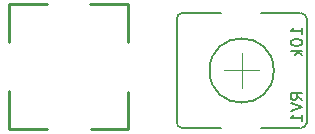
<source format=gbr>
%TF.GenerationSoftware,KiCad,Pcbnew,9.0.3-9.0.3-0~ubuntu22.04.1*%
%TF.CreationDate,2025-07-27T08:05:43-07:00*%
%TF.ProjectId,mixer-chan,6d697865-722d-4636-9861-6e2e6b696361,rev?*%
%TF.SameCoordinates,Original*%
%TF.FileFunction,Legend,Bot*%
%TF.FilePolarity,Positive*%
%FSLAX46Y46*%
G04 Gerber Fmt 4.6, Leading zero omitted, Abs format (unit mm)*
G04 Created by KiCad (PCBNEW 9.0.3-9.0.3-0~ubuntu22.04.1) date 2025-07-27 08:05:43*
%MOMM*%
%LPD*%
G01*
G04 APERTURE LIST*
%ADD10C,0.150000*%
%ADD11C,0.254000*%
%ADD12C,0.127000*%
%ADD13C,0.120000*%
G04 APERTURE END LIST*
D10*
X145539819Y-95211315D02*
X145063628Y-94877982D01*
X145539819Y-94639887D02*
X144539819Y-94639887D01*
X144539819Y-94639887D02*
X144539819Y-95020839D01*
X144539819Y-95020839D02*
X144587438Y-95116077D01*
X144587438Y-95116077D02*
X144635057Y-95163696D01*
X144635057Y-95163696D02*
X144730295Y-95211315D01*
X144730295Y-95211315D02*
X144873152Y-95211315D01*
X144873152Y-95211315D02*
X144968390Y-95163696D01*
X144968390Y-95163696D02*
X145016009Y-95116077D01*
X145016009Y-95116077D02*
X145063628Y-95020839D01*
X145063628Y-95020839D02*
X145063628Y-94639887D01*
X144539819Y-95497030D02*
X145539819Y-95830363D01*
X145539819Y-95830363D02*
X144539819Y-96163696D01*
X145539819Y-97020839D02*
X145539819Y-96449411D01*
X145539819Y-96735125D02*
X144539819Y-96735125D01*
X144539819Y-96735125D02*
X144682676Y-96639887D01*
X144682676Y-96639887D02*
X144777914Y-96544649D01*
X144777914Y-96544649D02*
X144825533Y-96449411D01*
X145539819Y-89658934D02*
X145539819Y-89087506D01*
X145539819Y-89373220D02*
X144539819Y-89373220D01*
X144539819Y-89373220D02*
X144682676Y-89277982D01*
X144682676Y-89277982D02*
X144777914Y-89182744D01*
X144777914Y-89182744D02*
X144825533Y-89087506D01*
X144539819Y-90277982D02*
X144539819Y-90373220D01*
X144539819Y-90373220D02*
X144587438Y-90468458D01*
X144587438Y-90468458D02*
X144635057Y-90516077D01*
X144635057Y-90516077D02*
X144730295Y-90563696D01*
X144730295Y-90563696D02*
X144920771Y-90611315D01*
X144920771Y-90611315D02*
X145158866Y-90611315D01*
X145158866Y-90611315D02*
X145349342Y-90563696D01*
X145349342Y-90563696D02*
X145444580Y-90516077D01*
X145444580Y-90516077D02*
X145492200Y-90468458D01*
X145492200Y-90468458D02*
X145539819Y-90373220D01*
X145539819Y-90373220D02*
X145539819Y-90277982D01*
X145539819Y-90277982D02*
X145492200Y-90182744D01*
X145492200Y-90182744D02*
X145444580Y-90135125D01*
X145444580Y-90135125D02*
X145349342Y-90087506D01*
X145349342Y-90087506D02*
X145158866Y-90039887D01*
X145158866Y-90039887D02*
X144920771Y-90039887D01*
X144920771Y-90039887D02*
X144730295Y-90087506D01*
X144730295Y-90087506D02*
X144635057Y-90135125D01*
X144635057Y-90135125D02*
X144587438Y-90182744D01*
X144587438Y-90182744D02*
X144539819Y-90277982D01*
X145539819Y-91039887D02*
X144539819Y-91039887D01*
X145158866Y-91135125D02*
X145539819Y-91420839D01*
X144873152Y-91420839D02*
X145254104Y-91039887D01*
D11*
%TO.C,J1*%
X120700800Y-97663000D02*
X120700800Y-94488000D01*
X120726200Y-87122000D02*
X123901200Y-87122000D01*
X120726200Y-90297000D02*
X120726200Y-87122000D01*
X123875800Y-97663000D02*
X120700800Y-97663000D01*
X127584200Y-87122000D02*
X130759200Y-87122000D01*
X130759200Y-87122000D02*
X130759200Y-90297000D01*
X130784600Y-94513400D02*
X130784600Y-97688400D01*
X130784600Y-97688400D02*
X127609600Y-97688400D01*
D12*
%TO.C,RV1*%
X134900000Y-97120000D02*
X134900000Y-88300000D01*
X138672800Y-87860000D02*
X135340000Y-87860000D01*
X138672800Y-97560000D02*
X135340000Y-97560000D01*
D13*
X138900000Y-92710000D02*
X141900000Y-92710000D01*
X140400000Y-94210000D02*
X140400000Y-91210000D01*
D12*
X145350000Y-87860000D02*
X142076400Y-87860000D01*
X145350000Y-97560000D02*
X142076400Y-97560000D01*
X145900000Y-88300000D02*
X145900000Y-97120000D01*
X134900000Y-88300000D02*
G75*
G02*
X135349982Y-87860113I440000J0D01*
G01*
X135340000Y-97560000D02*
G75*
G02*
X134900112Y-97110018I-2J439999D01*
G01*
D10*
X143117919Y-92710000D02*
G75*
G02*
X137682081Y-92710000I-2717919J0D01*
G01*
X137682081Y-92710000D02*
G75*
G02*
X143117919Y-92710000I2717919J0D01*
G01*
D12*
X145460000Y-87860000D02*
G75*
G02*
X145899887Y-88309982I0J-440000D01*
G01*
X145900000Y-97120000D02*
G75*
G02*
X145450018Y-97559888I-439999J-2D01*
G01*
%TD*%
%LPC*%
G36*
X140722013Y-95770758D02*
G01*
X140926693Y-95837262D01*
X141118450Y-95934967D01*
X141292561Y-96061466D01*
X141444740Y-96213645D01*
X141571239Y-96387756D01*
X141668944Y-96579513D01*
X141735448Y-96784193D01*
X141769115Y-96996756D01*
X141769115Y-97211970D01*
X141735448Y-97424533D01*
X141668944Y-97629213D01*
X141571239Y-97820970D01*
X141444740Y-97995081D01*
X141292561Y-98147260D01*
X141118450Y-98273759D01*
X140926693Y-98371464D01*
X140722013Y-98437968D01*
X140509450Y-98471635D01*
X140294236Y-98471635D01*
X140081673Y-98437968D01*
X139876993Y-98371464D01*
X139685236Y-98273759D01*
X139511125Y-98147260D01*
X139358946Y-97995081D01*
X139232447Y-97820970D01*
X139134742Y-97629213D01*
X139068238Y-97424533D01*
X139034571Y-97211970D01*
X139034571Y-96996756D01*
X139068238Y-96784193D01*
X139134742Y-96579513D01*
X139232447Y-96387756D01*
X139358946Y-96213645D01*
X139511125Y-96061466D01*
X139685236Y-95934967D01*
X139876993Y-95837262D01*
X140081673Y-95770758D01*
X140294236Y-95737091D01*
X140509450Y-95737091D01*
X140722013Y-95770758D01*
G37*
G36*
X126021214Y-95686997D02*
G01*
X126202905Y-95762257D01*
X126366423Y-95871516D01*
X126505484Y-96010577D01*
X126614743Y-96174095D01*
X126690003Y-96355786D01*
X126728369Y-96548669D01*
X126728369Y-96745331D01*
X126690003Y-96938214D01*
X126614743Y-97119905D01*
X126505484Y-97283423D01*
X126366423Y-97422484D01*
X126202905Y-97531743D01*
X126021214Y-97607003D01*
X125828331Y-97645369D01*
X125631669Y-97645369D01*
X125438786Y-97607003D01*
X125257095Y-97531743D01*
X125093577Y-97422484D01*
X124954516Y-97283423D01*
X124845257Y-97119905D01*
X124769997Y-96938214D01*
X124731631Y-96745331D01*
X124731631Y-96548669D01*
X124769997Y-96355786D01*
X124845257Y-96174095D01*
X124954516Y-96010577D01*
X125093577Y-95871516D01*
X125257095Y-95762257D01*
X125438786Y-95686997D01*
X125631669Y-95648631D01*
X125828331Y-95648631D01*
X126021214Y-95686997D01*
G37*
G36*
X147685024Y-94350926D02*
G01*
X147855215Y-94421422D01*
X148008382Y-94523765D01*
X148138641Y-94654024D01*
X148240984Y-94807191D01*
X148311480Y-94977382D01*
X148347418Y-95158056D01*
X148347418Y-95342270D01*
X148311480Y-95522944D01*
X148240984Y-95693135D01*
X148138641Y-95846302D01*
X148008382Y-95976561D01*
X147855215Y-96078904D01*
X147685024Y-96149400D01*
X147504350Y-96185338D01*
X147320136Y-96185338D01*
X147139462Y-96149400D01*
X146969271Y-96078904D01*
X146816104Y-95976561D01*
X146685845Y-95846302D01*
X146583502Y-95693135D01*
X146513006Y-95522944D01*
X146477068Y-95342270D01*
X146477068Y-95158056D01*
X146513006Y-94977382D01*
X146583502Y-94807191D01*
X146685845Y-94654024D01*
X146816104Y-94523765D01*
X146969271Y-94421422D01*
X147139462Y-94350926D01*
X147320136Y-94314988D01*
X147504350Y-94314988D01*
X147685024Y-94350926D01*
G37*
G36*
X147685024Y-91810926D02*
G01*
X147855215Y-91881422D01*
X148008382Y-91983765D01*
X148138641Y-92114024D01*
X148240984Y-92267191D01*
X148311480Y-92437382D01*
X148347418Y-92618056D01*
X148347418Y-92802270D01*
X148311480Y-92982944D01*
X148240984Y-93153135D01*
X148138641Y-93306302D01*
X148008382Y-93436561D01*
X147855215Y-93538904D01*
X147685024Y-93609400D01*
X147504350Y-93645338D01*
X147320136Y-93645338D01*
X147139462Y-93609400D01*
X146969271Y-93538904D01*
X146816104Y-93436561D01*
X146685845Y-93306302D01*
X146583502Y-93153135D01*
X146513006Y-92982944D01*
X146477068Y-92802270D01*
X146477068Y-92618056D01*
X146513006Y-92437382D01*
X146583502Y-92267191D01*
X146685845Y-92114024D01*
X146816104Y-91983765D01*
X146969271Y-91881422D01*
X147139462Y-91810926D01*
X147320136Y-91774988D01*
X147504350Y-91774988D01*
X147685024Y-91810926D01*
G37*
G36*
X147685024Y-89270926D02*
G01*
X147855215Y-89341422D01*
X148008382Y-89443765D01*
X148138641Y-89574024D01*
X148240984Y-89727191D01*
X148311480Y-89897382D01*
X148347418Y-90078056D01*
X148347418Y-90262270D01*
X148311480Y-90442944D01*
X148240984Y-90613135D01*
X148138641Y-90766302D01*
X148008382Y-90896561D01*
X147855215Y-90998904D01*
X147685024Y-91069400D01*
X147504350Y-91105338D01*
X147320136Y-91105338D01*
X147139462Y-91069400D01*
X146969271Y-90998904D01*
X146816104Y-90896561D01*
X146685845Y-90766302D01*
X146583502Y-90613135D01*
X146513006Y-90442944D01*
X146477068Y-90262270D01*
X146477068Y-90078056D01*
X146513006Y-89897382D01*
X146583502Y-89727191D01*
X146685845Y-89574024D01*
X146816104Y-89443765D01*
X146969271Y-89341422D01*
X147139462Y-89270926D01*
X147320136Y-89234988D01*
X147504350Y-89234988D01*
X147685024Y-89270926D01*
G37*
G36*
X140722013Y-86982358D02*
G01*
X140926693Y-87048862D01*
X141118450Y-87146567D01*
X141292561Y-87273066D01*
X141444740Y-87425245D01*
X141571239Y-87599356D01*
X141668944Y-87791113D01*
X141735448Y-87995793D01*
X141769115Y-88208356D01*
X141769115Y-88423570D01*
X141735448Y-88636133D01*
X141668944Y-88840813D01*
X141571239Y-89032570D01*
X141444740Y-89206681D01*
X141292561Y-89358860D01*
X141118450Y-89485359D01*
X140926693Y-89583064D01*
X140722013Y-89649568D01*
X140509450Y-89683235D01*
X140294236Y-89683235D01*
X140081673Y-89649568D01*
X139876993Y-89583064D01*
X139685236Y-89485359D01*
X139511125Y-89358860D01*
X139358946Y-89206681D01*
X139232447Y-89032570D01*
X139134742Y-88840813D01*
X139068238Y-88636133D01*
X139034571Y-88423570D01*
X139034571Y-88208356D01*
X139068238Y-87995793D01*
X139134742Y-87791113D01*
X139232447Y-87599356D01*
X139358946Y-87425245D01*
X139511125Y-87273066D01*
X139685236Y-87146567D01*
X139876993Y-87048862D01*
X140081673Y-86982358D01*
X140294236Y-86948691D01*
X140509450Y-86948691D01*
X140722013Y-86982358D01*
G37*
G36*
X126021214Y-87127197D02*
G01*
X126202905Y-87202457D01*
X126366423Y-87311716D01*
X126505484Y-87450777D01*
X126614743Y-87614295D01*
X126690003Y-87795986D01*
X126728369Y-87988869D01*
X126728369Y-88185531D01*
X126690003Y-88378414D01*
X126614743Y-88560105D01*
X126505484Y-88723623D01*
X126366423Y-88862684D01*
X126202905Y-88971943D01*
X126021214Y-89047203D01*
X125828331Y-89085569D01*
X125631669Y-89085569D01*
X125438786Y-89047203D01*
X125257095Y-88971943D01*
X125093577Y-88862684D01*
X124954516Y-88723623D01*
X124845257Y-88560105D01*
X124769997Y-88378414D01*
X124731631Y-88185531D01*
X124731631Y-87988869D01*
X124769997Y-87795986D01*
X124845257Y-87614295D01*
X124954516Y-87450777D01*
X125093577Y-87311716D01*
X125257095Y-87202457D01*
X125438786Y-87127197D01*
X125631669Y-87088831D01*
X125828331Y-87088831D01*
X126021214Y-87127197D01*
G37*
G36*
X126021214Y-84714197D02*
G01*
X126202905Y-84789457D01*
X126366423Y-84898716D01*
X126505484Y-85037777D01*
X126614743Y-85201295D01*
X126690003Y-85382986D01*
X126728369Y-85575869D01*
X126728369Y-85772531D01*
X126690003Y-85965414D01*
X126614743Y-86147105D01*
X126505484Y-86310623D01*
X126366423Y-86449684D01*
X126202905Y-86558943D01*
X126021214Y-86634203D01*
X125828331Y-86672569D01*
X125631669Y-86672569D01*
X125438786Y-86634203D01*
X125257095Y-86558943D01*
X125093577Y-86449684D01*
X124954516Y-86310623D01*
X124845257Y-86147105D01*
X124769997Y-85965414D01*
X124731631Y-85772531D01*
X124731631Y-85575869D01*
X124769997Y-85382986D01*
X124845257Y-85201295D01*
X124954516Y-85037777D01*
X125093577Y-84898716D01*
X125257095Y-84789457D01*
X125438786Y-84714197D01*
X125631669Y-84675831D01*
X125828331Y-84675831D01*
X126021214Y-84714197D01*
G37*
G36*
X137389542Y-83569893D02*
G01*
X137401870Y-83578130D01*
X137410107Y-83590458D01*
X137413000Y-83605000D01*
X137413000Y-85305000D01*
X137410107Y-85319542D01*
X137401870Y-85331870D01*
X137389542Y-85340107D01*
X137375000Y-85343000D01*
X135675000Y-85343000D01*
X135660458Y-85340107D01*
X135648130Y-85331870D01*
X135639893Y-85319542D01*
X135637000Y-85305000D01*
X135637000Y-83605000D01*
X135639893Y-83590458D01*
X135648130Y-83578130D01*
X135660458Y-83569893D01*
X135675000Y-83567000D01*
X137375000Y-83567000D01*
X137389542Y-83569893D01*
G37*
G36*
X131702773Y-83605237D02*
G01*
X131863600Y-83671854D01*
X132008341Y-83768567D01*
X132131433Y-83891659D01*
X132228146Y-84036400D01*
X132294763Y-84197227D01*
X132328724Y-84367961D01*
X132328724Y-84542039D01*
X132294763Y-84712773D01*
X132228146Y-84873600D01*
X132131433Y-85018341D01*
X132008341Y-85141433D01*
X131863600Y-85238146D01*
X131702773Y-85304763D01*
X131532039Y-85338724D01*
X131357961Y-85338724D01*
X131187227Y-85304763D01*
X131026400Y-85238146D01*
X130881659Y-85141433D01*
X130758567Y-85018341D01*
X130661854Y-84873600D01*
X130595237Y-84712773D01*
X130561276Y-84542039D01*
X130561276Y-84367961D01*
X130595237Y-84197227D01*
X130661854Y-84036400D01*
X130758567Y-83891659D01*
X130881659Y-83768567D01*
X131026400Y-83671854D01*
X131187227Y-83605237D01*
X131357961Y-83571276D01*
X131532039Y-83571276D01*
X131702773Y-83605237D01*
G37*
G36*
X134242773Y-83605237D02*
G01*
X134403600Y-83671854D01*
X134548341Y-83768567D01*
X134671433Y-83891659D01*
X134768146Y-84036400D01*
X134834763Y-84197227D01*
X134868724Y-84367961D01*
X134868724Y-84542039D01*
X134834763Y-84712773D01*
X134768146Y-84873600D01*
X134671433Y-85018341D01*
X134548341Y-85141433D01*
X134403600Y-85238146D01*
X134242773Y-85304763D01*
X134072039Y-85338724D01*
X133897961Y-85338724D01*
X133727227Y-85304763D01*
X133566400Y-85238146D01*
X133421659Y-85141433D01*
X133298567Y-85018341D01*
X133201854Y-84873600D01*
X133135237Y-84712773D01*
X133101276Y-84542039D01*
X133101276Y-84367961D01*
X133135237Y-84197227D01*
X133201854Y-84036400D01*
X133298567Y-83891659D01*
X133421659Y-83768567D01*
X133566400Y-83671854D01*
X133727227Y-83605237D01*
X133897961Y-83571276D01*
X134072039Y-83571276D01*
X134242773Y-83605237D01*
G37*
%LPD*%
M02*

</source>
